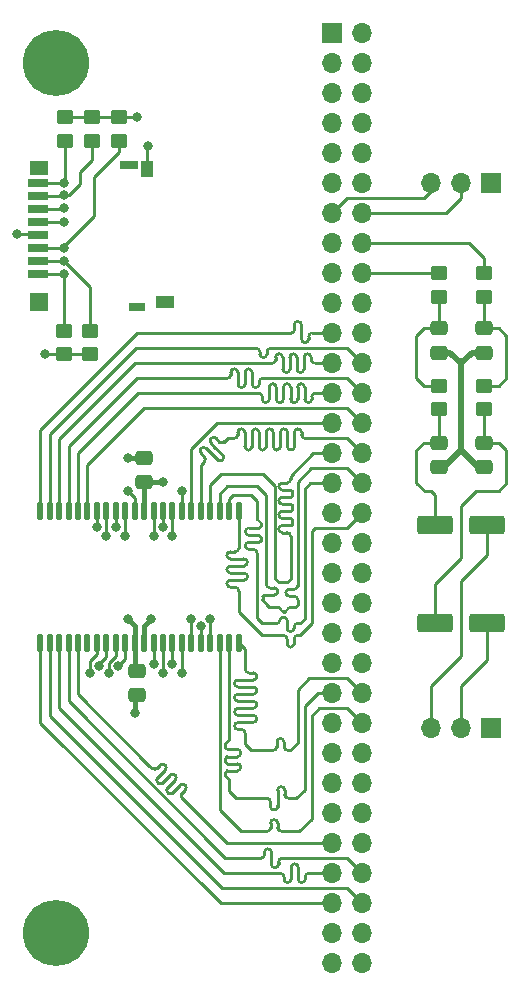
<source format=gbr>
%TF.GenerationSoftware,KiCad,Pcbnew,6.0.7*%
%TF.CreationDate,2022-09-06T19:52:02+02:00*%
%TF.ProjectId,srambrd,7372616d-6272-4642-9e6b-696361645f70,rev?*%
%TF.SameCoordinates,Original*%
%TF.FileFunction,Copper,L1,Top*%
%TF.FilePolarity,Positive*%
%FSLAX46Y46*%
G04 Gerber Fmt 4.6, Leading zero omitted, Abs format (unit mm)*
G04 Created by KiCad (PCBNEW 6.0.7) date 2022-09-06 19:52:02*
%MOMM*%
%LPD*%
G01*
G04 APERTURE LIST*
G04 Aperture macros list*
%AMRoundRect*
0 Rectangle with rounded corners*
0 $1 Rounding radius*
0 $2 $3 $4 $5 $6 $7 $8 $9 X,Y pos of 4 corners*
0 Add a 4 corners polygon primitive as box body*
4,1,4,$2,$3,$4,$5,$6,$7,$8,$9,$2,$3,0*
0 Add four circle primitives for the rounded corners*
1,1,$1+$1,$2,$3*
1,1,$1+$1,$4,$5*
1,1,$1+$1,$6,$7*
1,1,$1+$1,$8,$9*
0 Add four rect primitives between the rounded corners*
20,1,$1+$1,$2,$3,$4,$5,0*
20,1,$1+$1,$4,$5,$6,$7,0*
20,1,$1+$1,$6,$7,$8,$9,0*
20,1,$1+$1,$8,$9,$2,$3,0*%
G04 Aperture macros list end*
%TA.AperFunction,SMDPad,CuDef*%
%ADD10RoundRect,0.250000X-0.450000X0.350000X-0.450000X-0.350000X0.450000X-0.350000X0.450000X0.350000X0*%
%TD*%
%TA.AperFunction,SMDPad,CuDef*%
%ADD11RoundRect,0.250000X-1.250000X-0.550000X1.250000X-0.550000X1.250000X0.550000X-1.250000X0.550000X0*%
%TD*%
%TA.AperFunction,ComponentPad*%
%ADD12R,1.700000X1.700000*%
%TD*%
%TA.AperFunction,ComponentPad*%
%ADD13O,1.700000X1.700000*%
%TD*%
%TA.AperFunction,SMDPad,CuDef*%
%ADD14RoundRect,0.250000X0.475000X-0.337500X0.475000X0.337500X-0.475000X0.337500X-0.475000X-0.337500X0*%
%TD*%
%TA.AperFunction,ComponentPad*%
%ADD15C,5.600000*%
%TD*%
%TA.AperFunction,SMDPad,CuDef*%
%ADD16RoundRect,0.250000X0.450000X-0.350000X0.450000X0.350000X-0.450000X0.350000X-0.450000X-0.350000X0*%
%TD*%
%TA.AperFunction,SMDPad,CuDef*%
%ADD17RoundRect,0.137500X-0.137500X0.625000X-0.137500X-0.625000X0.137500X-0.625000X0.137500X0.625000X0*%
%TD*%
%TA.AperFunction,SMDPad,CuDef*%
%ADD18RoundRect,0.250000X-0.475000X0.337500X-0.475000X-0.337500X0.475000X-0.337500X0.475000X0.337500X0*%
%TD*%
%TA.AperFunction,SMDPad,CuDef*%
%ADD19R,1.750000X0.700000*%
%TD*%
%TA.AperFunction,SMDPad,CuDef*%
%ADD20R,1.000000X1.450000*%
%TD*%
%TA.AperFunction,SMDPad,CuDef*%
%ADD21R,1.550000X1.000000*%
%TD*%
%TA.AperFunction,SMDPad,CuDef*%
%ADD22R,1.400000X0.800000*%
%TD*%
%TA.AperFunction,SMDPad,CuDef*%
%ADD23R,1.500000X1.300000*%
%TD*%
%TA.AperFunction,SMDPad,CuDef*%
%ADD24R,1.500000X0.800000*%
%TD*%
%TA.AperFunction,SMDPad,CuDef*%
%ADD25R,1.500000X1.500000*%
%TD*%
%TA.AperFunction,ViaPad*%
%ADD26C,0.800000*%
%TD*%
%TA.AperFunction,Conductor*%
%ADD27C,0.250000*%
%TD*%
%TA.AperFunction,Conductor*%
%ADD28C,0.400000*%
%TD*%
%TA.AperFunction,Conductor*%
%ADD29C,0.500000*%
%TD*%
G04 APERTURE END LIST*
D10*
%TO.P,R5,1*%
%TO.N,3v3*%
X108712000Y-69358000D03*
%TO.P,R5,2*%
%TO.N,SD_DAT1*%
X108712000Y-71358000D03*
%TD*%
D11*
%TO.P,C7,1*%
%TO.N,Net-(C5-Pad1)*%
X140040000Y-112123269D03*
%TO.P,C7,2*%
%TO.N,AUDIO_L*%
X144440000Y-112123269D03*
%TD*%
D10*
%TO.P,R4,1*%
%TO.N,3v3*%
X110998000Y-69358000D03*
%TO.P,R4,2*%
%TO.N,SD_DAT0*%
X110998000Y-71358000D03*
%TD*%
D12*
%TO.P,J3,1,Pin_1*%
%TO.N,GND*%
X144780000Y-74930000D03*
D13*
%TO.P,J3,2,Pin_2*%
%TO.N,RX*%
X142240000Y-74930000D03*
%TO.P,J3,3,Pin_3*%
%TO.N,TX*%
X139700000Y-74930000D03*
%TD*%
D14*
%TO.P,C4,1*%
%TO.N,Net-(C3-Pad2)*%
X140335000Y-89263269D03*
%TO.P,C4,2*%
%TO.N,Net-(C4-Pad2)*%
X140335000Y-87188269D03*
%TD*%
D15*
%TO.P,H1,1*%
%TO.N,N/C*%
X107950000Y-64770000D03*
%TD*%
D10*
%TO.P,R6,1*%
%TO.N,PWM_L*%
X144145000Y-82548269D03*
%TO.P,R6,2*%
%TO.N,Net-(C3-Pad1)*%
X144145000Y-84548269D03*
%TD*%
D12*
%TO.P,J4,1,Pin_1*%
%TO.N,GND*%
X144780000Y-121013269D03*
D13*
%TO.P,J4,2,Pin_2*%
%TO.N,AUDIO_L*%
X142240000Y-121013269D03*
%TO.P,J4,3,Pin_3*%
%TO.N,AUDIO_R*%
X139700000Y-121013269D03*
%TD*%
D10*
%TO.P,R9,1*%
%TO.N,Net-(C4-Pad2)*%
X140335000Y-92073269D03*
%TO.P,R9,2*%
%TO.N,Net-(C6-Pad2)*%
X140335000Y-94073269D03*
%TD*%
D16*
%TO.P,R1,1*%
%TO.N,3v3*%
X108600000Y-89400000D03*
%TO.P,R1,2*%
%TO.N,SD_DAT2*%
X108600000Y-87400000D03*
%TD*%
D14*
%TO.P,C2,1*%
%TO.N,3v3*%
X115400000Y-100237500D03*
%TO.P,C2,2*%
%TO.N,GND*%
X115400000Y-98162500D03*
%TD*%
D17*
%TO.P,U1,1,A0*%
%TO.N,A0*%
X123400000Y-102662500D03*
%TO.P,U1,2,A1*%
%TO.N,A1*%
X122600000Y-102662500D03*
%TO.P,U1,3,A2*%
%TO.N,A2*%
X121800000Y-102662500D03*
%TO.P,U1,4,A3*%
%TO.N,A3*%
X121000000Y-102662500D03*
%TO.P,U1,5,A4*%
%TO.N,A4*%
X120200000Y-102662500D03*
%TO.P,U1,6,~CE~*%
%TO.N,CE_N*%
X119400000Y-102662500D03*
%TO.P,U1,7,I/O0*%
%TO.N,D0*%
X118600000Y-102662500D03*
%TO.P,U1,8,I/O1*%
%TO.N,D1*%
X117800000Y-102662500D03*
%TO.P,U1,9,I/O2*%
%TO.N,D2*%
X117000000Y-102662500D03*
%TO.P,U1,10,I/O3*%
%TO.N,D3*%
X116200000Y-102662500D03*
%TO.P,U1,11,VDD*%
%TO.N,3v3*%
X115400000Y-102662500D03*
%TO.P,U1,12,GND*%
%TO.N,GND*%
X114600000Y-102662500D03*
%TO.P,U1,13,I/O4*%
%TO.N,D4*%
X113800000Y-102662500D03*
%TO.P,U1,14,I/O5*%
%TO.N,D5*%
X113000000Y-102662500D03*
%TO.P,U1,15,I/O6*%
%TO.N,D6*%
X112200000Y-102662500D03*
%TO.P,U1,16,I/O7*%
%TO.N,D7*%
X111400000Y-102662500D03*
%TO.P,U1,17,~WE~*%
%TO.N,WE_N*%
X110600000Y-102662500D03*
%TO.P,U1,18,A5*%
%TO.N,A5*%
X109800000Y-102662500D03*
%TO.P,U1,19,A6*%
%TO.N,A6*%
X109000000Y-102662500D03*
%TO.P,U1,20,A7*%
%TO.N,A7*%
X108200000Y-102662500D03*
%TO.P,U1,21,A8*%
%TO.N,A8*%
X107400000Y-102662500D03*
%TO.P,U1,22,A9*%
%TO.N,A9*%
X106600000Y-102662500D03*
%TO.P,U1,23,A10*%
%TO.N,A10*%
X106600000Y-113837500D03*
%TO.P,U1,24,A11*%
%TO.N,A11*%
X107400000Y-113837500D03*
%TO.P,U1,25,A12*%
%TO.N,A12*%
X108200000Y-113837500D03*
%TO.P,U1,26,A13*%
%TO.N,A13*%
X109000000Y-113837500D03*
%TO.P,U1,27,A14*%
%TO.N,A14*%
X109800000Y-113837500D03*
%TO.P,U1,28*%
%TO.N,N/C*%
X110600000Y-113837500D03*
%TO.P,U1,29,I/O8*%
%TO.N,D8*%
X111400000Y-113837500D03*
%TO.P,U1,30,I/O9*%
%TO.N,D9*%
X112200000Y-113837500D03*
%TO.P,U1,31,I/O10*%
%TO.N,D10*%
X113000000Y-113837500D03*
%TO.P,U1,32,I/O11*%
%TO.N,D11*%
X113800000Y-113837500D03*
%TO.P,U1,33,VDD*%
%TO.N,3v3*%
X114600000Y-113837500D03*
%TO.P,U1,34,GND*%
%TO.N,GND*%
X115400000Y-113837500D03*
%TO.P,U1,35,I/O12*%
%TO.N,D12*%
X116200000Y-113837500D03*
%TO.P,U1,36,I/O13*%
%TO.N,D13*%
X117000000Y-113837500D03*
%TO.P,U1,37,I/O14*%
%TO.N,D14*%
X117800000Y-113837500D03*
%TO.P,U1,38,I/O15*%
%TO.N,D15*%
X118600000Y-113837500D03*
%TO.P,U1,39,~LB~*%
%TO.N,LB_N*%
X119400000Y-113837500D03*
%TO.P,U1,40,~UB~*%
%TO.N,UB_N*%
X120200000Y-113837500D03*
%TO.P,U1,41,~OE~*%
%TO.N,OE_N*%
X121000000Y-113837500D03*
%TO.P,U1,42,A15*%
%TO.N,A15*%
X121800000Y-113837500D03*
%TO.P,U1,43,A16*%
%TO.N,A16*%
X122600000Y-113837500D03*
%TO.P,U1,44,A17*%
%TO.N,A17*%
X123400000Y-113837500D03*
%TD*%
D10*
%TO.P,R3,1*%
%TO.N,3v3*%
X113284000Y-69358000D03*
%TO.P,R3,2*%
%TO.N,SD_CMD*%
X113284000Y-71358000D03*
%TD*%
D18*
%TO.P,C1,1*%
%TO.N,3v3*%
X114800000Y-116183500D03*
%TO.P,C1,2*%
%TO.N,GND*%
X114800000Y-118258500D03*
%TD*%
D11*
%TO.P,C8,1*%
%TO.N,Net-(C6-Pad2)*%
X140040000Y-103868269D03*
%TO.P,C8,2*%
%TO.N,AUDIO_R*%
X144440000Y-103868269D03*
%TD*%
D14*
%TO.P,C6,1*%
%TO.N,Net-(C3-Pad2)*%
X140335000Y-98958269D03*
%TO.P,C6,2*%
%TO.N,Net-(C6-Pad2)*%
X140335000Y-96883269D03*
%TD*%
D18*
%TO.P,C5,1*%
%TO.N,Net-(C5-Pad1)*%
X144145000Y-96883269D03*
%TO.P,C5,2*%
%TO.N,Net-(C3-Pad2)*%
X144145000Y-98958269D03*
%TD*%
D10*
%TO.P,R7,1*%
%TO.N,PWM_R*%
X140335000Y-82548269D03*
%TO.P,R7,2*%
%TO.N,Net-(C4-Pad2)*%
X140335000Y-84548269D03*
%TD*%
D15*
%TO.P,H2,1*%
%TO.N,N/C*%
X107950000Y-138430000D03*
%TD*%
D18*
%TO.P,C3,1*%
%TO.N,Net-(C3-Pad1)*%
X144145000Y-87188269D03*
%TO.P,C3,2*%
%TO.N,Net-(C3-Pad2)*%
X144145000Y-89263269D03*
%TD*%
D10*
%TO.P,R8,1*%
%TO.N,Net-(C3-Pad1)*%
X144145000Y-92073269D03*
%TO.P,R8,2*%
%TO.N,Net-(C5-Pad1)*%
X144145000Y-94073269D03*
%TD*%
D16*
%TO.P,R2,1*%
%TO.N,3v3*%
X110800000Y-89400000D03*
%TO.P,R2,2*%
%TO.N,SD_DAT3*%
X110800000Y-87400000D03*
%TD*%
D19*
%TO.P,J2,1,DAT2*%
%TO.N,SD_DAT2*%
X106410000Y-82575000D03*
%TO.P,J2,2,DAT3/CD*%
%TO.N,SD_DAT3*%
X106410000Y-81475000D03*
%TO.P,J2,3,CMD*%
%TO.N,SD_CMD*%
X106410000Y-80375000D03*
%TO.P,J2,4,VDD*%
%TO.N,3v3*%
X106410000Y-79275000D03*
%TO.P,J2,5,CLK*%
%TO.N,SD_CLK*%
X106410000Y-78175000D03*
%TO.P,J2,6,VSS*%
%TO.N,GND*%
X106410000Y-77075000D03*
%TO.P,J2,7,DAT0*%
%TO.N,SD_DAT0*%
X106410000Y-75975000D03*
%TO.P,J2,8,DAT1*%
%TO.N,SD_DAT1*%
X106410000Y-74875000D03*
D20*
%TO.P,J2,9,SHIELD*%
%TO.N,GND*%
X115635000Y-73750000D03*
D21*
%TO.P,J2,10*%
%TO.N,N/C*%
X117210000Y-84975000D03*
D22*
%TO.P,J2,11*%
X114785000Y-85375000D03*
D23*
X106535000Y-73675000D03*
D24*
X114135000Y-73425000D03*
D25*
X106535000Y-85025000D03*
%TD*%
D12*
%TO.P,J1,1,Pin_1*%
%TO.N,GND*%
X131298000Y-62225000D03*
D13*
%TO.P,J1,2,Pin_2*%
X133838000Y-62225000D03*
%TO.P,J1,3,Pin_3*%
%TO.N,3v3*%
X131298000Y-64765000D03*
%TO.P,J1,4,Pin_4*%
X133838000Y-64765000D03*
%TO.P,J1,5,Pin_5*%
%TO.N,GND*%
X131298000Y-67305000D03*
%TO.P,J1,6,Pin_6*%
X133838000Y-67305000D03*
%TO.P,J1,7,Pin_7*%
%TO.N,SD_DAT1*%
X131298000Y-69845000D03*
%TO.P,J1,8,Pin_8*%
%TO.N,SD_DAT0*%
X133838000Y-69845000D03*
%TO.P,J1,9,Pin_9*%
%TO.N,SD_CLK*%
X131298000Y-72385000D03*
%TO.P,J1,10,Pin_10*%
%TO.N,SD_CMD*%
X133838000Y-72385000D03*
%TO.P,J1,11,Pin_11*%
%TO.N,SD_DAT3*%
X131298000Y-74925000D03*
%TO.P,J1,12,Pin_12*%
%TO.N,SD_DAT2*%
X133838000Y-74925000D03*
%TO.P,J1,13,Pin_13*%
%TO.N,TX*%
X131298000Y-77465000D03*
%TO.P,J1,14,Pin_14*%
%TO.N,RX*%
X133838000Y-77465000D03*
%TO.P,J1,15,Pin_15*%
%TO.N,unconnected-(J1-Pad15)*%
X131298000Y-80005000D03*
%TO.P,J1,16,Pin_16*%
%TO.N,PWM_L*%
X133838000Y-80005000D03*
%TO.P,J1,17,Pin_17*%
%TO.N,unconnected-(J1-Pad17)*%
X131298000Y-82545000D03*
%TO.P,J1,18,Pin_18*%
%TO.N,PWM_R*%
X133838000Y-82545000D03*
%TO.P,J1,19,Pin_19*%
%TO.N,unconnected-(J1-Pad19)*%
X131298000Y-85085000D03*
%TO.P,J1,20,Pin_20*%
%TO.N,unconnected-(J1-Pad20)*%
X133838000Y-85085000D03*
%TO.P,J1,21,Pin_21*%
%TO.N,A9*%
X131298000Y-87625000D03*
%TO.P,J1,22,Pin_22*%
%TO.N,unconnected-(J1-Pad22)*%
X133838000Y-87625000D03*
%TO.P,J1,23,Pin_23*%
%TO.N,A7*%
X131298000Y-90165000D03*
%TO.P,J1,24,Pin_24*%
%TO.N,A8*%
X133838000Y-90165000D03*
%TO.P,J1,25,Pin_25*%
%TO.N,A5*%
X131298000Y-92705000D03*
%TO.P,J1,26,Pin_26*%
%TO.N,A6*%
X133838000Y-92705000D03*
%TO.P,J1,27,Pin_27*%
%TO.N,CE_N*%
X131298000Y-95245000D03*
%TO.P,J1,28,Pin_28*%
%TO.N,WE_N*%
X133838000Y-95245000D03*
%TO.P,J1,29,Pin_29*%
%TO.N,A3*%
X131298000Y-97785000D03*
%TO.P,J1,30,Pin_30*%
%TO.N,A4*%
X133838000Y-97785000D03*
%TO.P,J1,31,Pin_31*%
%TO.N,A1*%
X131298000Y-100325000D03*
%TO.P,J1,32,Pin_32*%
%TO.N,A2*%
X133838000Y-100325000D03*
%TO.P,J1,33,Pin_33*%
%TO.N,D0*%
X131298000Y-102865000D03*
%TO.P,J1,34,Pin_34*%
%TO.N,A0*%
X133838000Y-102865000D03*
%TO.P,J1,35,Pin_35*%
%TO.N,D2*%
X131298000Y-105405000D03*
%TO.P,J1,36,Pin_36*%
%TO.N,D1*%
X133838000Y-105405000D03*
%TO.P,J1,37,Pin_37*%
%TO.N,D4*%
X131298000Y-107945000D03*
%TO.P,J1,38,Pin_38*%
%TO.N,D3*%
X133838000Y-107945000D03*
%TO.P,J1,39,Pin_39*%
%TO.N,D6*%
X131298000Y-110485000D03*
%TO.P,J1,40,Pin_40*%
%TO.N,D5*%
X133838000Y-110485000D03*
%TO.P,J1,41,Pin_41*%
%TO.N,LB_N*%
X131298000Y-113025000D03*
%TO.P,J1,42,Pin_42*%
%TO.N,D7*%
X133838000Y-113025000D03*
%TO.P,J1,43,Pin_43*%
%TO.N,OE_N*%
X131298000Y-115565000D03*
%TO.P,J1,44,Pin_44*%
%TO.N,UB_N*%
X133838000Y-115565000D03*
%TO.P,J1,45,Pin_45*%
%TO.N,A16*%
X131298000Y-118105000D03*
%TO.P,J1,46,Pin_46*%
%TO.N,A17*%
X133838000Y-118105000D03*
%TO.P,J1,47,Pin_47*%
%TO.N,D15*%
X131298000Y-120645000D03*
%TO.P,J1,48,Pin_48*%
%TO.N,A15*%
X133838000Y-120645000D03*
%TO.P,J1,49,Pin_49*%
%TO.N,D13*%
X131298000Y-123185000D03*
%TO.P,J1,50,Pin_50*%
%TO.N,D14*%
X133838000Y-123185000D03*
%TO.P,J1,51,Pin_51*%
%TO.N,D11*%
X131298000Y-125725000D03*
%TO.P,J1,52,Pin_52*%
%TO.N,D12*%
X133838000Y-125725000D03*
%TO.P,J1,53,Pin_53*%
%TO.N,D9*%
X131298000Y-128265000D03*
%TO.P,J1,54,Pin_54*%
%TO.N,D10*%
X133838000Y-128265000D03*
%TO.P,J1,55,Pin_55*%
%TO.N,A14*%
X131298000Y-130805000D03*
%TO.P,J1,56,Pin_56*%
%TO.N,D8*%
X133838000Y-130805000D03*
%TO.P,J1,57,Pin_57*%
%TO.N,A12*%
X131298000Y-133345000D03*
%TO.P,J1,58,Pin_58*%
%TO.N,A13*%
X133838000Y-133345000D03*
%TO.P,J1,59,Pin_59*%
%TO.N,A10*%
X131298000Y-135885000D03*
%TO.P,J1,60,Pin_60*%
%TO.N,A11*%
X133838000Y-135885000D03*
%TO.P,J1,61,Pin_61*%
%TO.N,GND*%
X131298000Y-138425000D03*
%TO.P,J1,62,Pin_62*%
X133838000Y-138425000D03*
%TO.P,J1,63,Pin_63*%
%TO.N,unconnected-(J1-Pad63)*%
X131298000Y-140965000D03*
%TO.P,J1,64,Pin_64*%
%TO.N,unconnected-(J1-Pad64)*%
X133838000Y-140965000D03*
%TD*%
D26*
%TO.N,GND*%
X114000000Y-101000000D03*
X115697000Y-71800000D03*
X114600000Y-119800000D03*
X108600000Y-77000000D03*
X114000000Y-98171000D03*
X116000000Y-111800000D03*
%TO.N,3v3*%
X114000000Y-111800000D03*
X117000000Y-100200000D03*
X107000000Y-89400000D03*
X104648000Y-79248000D03*
X114800000Y-69342000D03*
%TO.N,D0*%
X118600000Y-101000000D03*
%TO.N,D1*%
X117800000Y-104800000D03*
%TO.N,D2*%
X117000000Y-104000000D03*
%TO.N,D3*%
X116200000Y-104800000D03*
%TO.N,D4*%
X113800000Y-104800000D03*
%TO.N,D5*%
X113000000Y-104000000D03*
%TO.N,D6*%
X112200000Y-104800000D03*
%TO.N,D7*%
X111400000Y-104000000D03*
%TO.N,D8*%
X110800000Y-116400000D03*
%TO.N,D9*%
X111600000Y-115800000D03*
%TO.N,D10*%
X112400000Y-116400000D03*
%TO.N,D11*%
X113200000Y-115800000D03*
%TO.N,D12*%
X116200000Y-115600000D03*
%TO.N,D13*%
X117000000Y-116400000D03*
%TO.N,D14*%
X117800000Y-115600000D03*
%TO.N,D15*%
X118600000Y-116400000D03*
%TO.N,OE_N*%
X121000000Y-111800000D03*
%TO.N,UB_N*%
X120200000Y-112400000D03*
%TO.N,LB_N*%
X119400000Y-111800000D03*
%TO.N,SD_DAT3*%
X108600000Y-81475000D03*
%TO.N,SD_CMD*%
X108600000Y-80400000D03*
%TO.N,SD_CLK*%
X108600000Y-78200000D03*
%TO.N,SD_DAT0*%
X108600000Y-75946000D03*
%TO.N,SD_DAT1*%
X108600000Y-74930000D03*
%TO.N,SD_DAT2*%
X108600000Y-82600000D03*
%TD*%
D27*
%TO.N,A9*%
X127036603Y-87625000D02*
X114775000Y-87625000D01*
X129325000Y-87925000D02*
G75*
G02*
X129625000Y-87625000I300000J0D01*
G01*
X128125000Y-86925000D02*
X128125000Y-87325000D01*
X127825000Y-87625000D02*
X127036603Y-87625000D01*
X128725000Y-87925000D02*
X128725000Y-86925000D01*
X128725000Y-88125000D02*
X128725000Y-87925000D01*
X127825000Y-87625000D02*
G75*
G03*
X128125000Y-87325000I0J300000D01*
G01*
X129325000Y-87925000D02*
X129325000Y-88125000D01*
X128725000Y-88125000D02*
G75*
G03*
X129025000Y-88425000I300000J0D01*
G01*
X128125000Y-86925000D02*
G75*
G02*
X128425000Y-86625000I300000J0D01*
G01*
X131298000Y-87625000D02*
X129625000Y-87625000D01*
X128425000Y-86625000D02*
G75*
G02*
X128725000Y-86925000I0J-300000D01*
G01*
X129025000Y-88425000D02*
G75*
G03*
X129325000Y-88125000I0J300000D01*
G01*
X114775000Y-87625000D02*
X106600000Y-95800000D01*
X106600000Y-95800000D02*
X106600000Y-102662500D01*
%TO.N,A8*%
X125800000Y-89200000D02*
G75*
G02*
X126100000Y-88900000I300000J0D01*
G01*
X124900000Y-88900000D02*
G75*
G02*
X125200000Y-89200000I0J-300000D01*
G01*
X125500000Y-89700000D02*
G75*
G03*
X125800000Y-89400000I0J300000D01*
G01*
X125200000Y-89400000D02*
G75*
G03*
X125500000Y-89700000I300000J0D01*
G01*
X133838000Y-90165000D02*
X132573000Y-88900000D01*
X132573000Y-88900000D02*
X126100000Y-88900000D01*
X125800000Y-89200000D02*
X125800000Y-89400000D01*
X124900000Y-88900000D02*
X124855601Y-88900000D01*
X124855601Y-88900000D02*
X114700000Y-88900000D01*
X125200000Y-89400000D02*
X125200000Y-89200000D01*
X114700000Y-88900000D02*
X107400000Y-96200000D01*
X107400000Y-96200000D02*
X107400000Y-102662500D01*
%TO.N,A7*%
X126235000Y-90165000D02*
G75*
G03*
X126535000Y-89865000I0J300000D01*
G01*
X126835000Y-89365000D02*
G75*
G02*
X127135000Y-89665000I0J-300000D01*
G01*
X128935000Y-89865000D02*
X128935000Y-90665000D01*
X108200000Y-96600000D02*
X108200000Y-102662500D01*
X127735000Y-89665000D02*
G75*
G02*
X128035000Y-89365000I300000J0D01*
G01*
X127135000Y-90665000D02*
G75*
G03*
X127435000Y-90965000I300000J0D01*
G01*
X128035000Y-89365000D02*
G75*
G02*
X128335000Y-89665000I0J-300000D01*
G01*
X131298000Y-90165000D02*
X129835000Y-90165000D01*
X127435000Y-90965000D02*
G75*
G03*
X127735000Y-90665000I0J300000D01*
G01*
X129535000Y-89865000D02*
X129535000Y-89665000D01*
X128335000Y-90665000D02*
G75*
G03*
X128635000Y-90965000I300000J0D01*
G01*
X128635000Y-90965000D02*
G75*
G03*
X128935000Y-90665000I0J300000D01*
G01*
X128935000Y-89665000D02*
G75*
G02*
X129235000Y-89365000I300000J0D01*
G01*
X129235000Y-89365000D02*
G75*
G02*
X129535000Y-89665000I0J-300000D01*
G01*
X125779320Y-90165000D02*
X114635000Y-90165000D01*
X126535000Y-89665000D02*
G75*
G02*
X126835000Y-89365000I300000J0D01*
G01*
X129535000Y-89865000D02*
G75*
G03*
X129835000Y-90165000I300000J0D01*
G01*
X126235000Y-90165000D02*
X125779320Y-90165000D01*
X128935000Y-89665000D02*
X128935000Y-89865000D01*
X128335000Y-90665000D02*
X128335000Y-90165000D01*
X128335000Y-90165000D02*
X128335000Y-89665000D01*
X127135000Y-90165000D02*
X127135000Y-89665000D01*
X127735000Y-89665000D02*
X127735000Y-90165000D01*
X127735000Y-90165000D02*
X127735000Y-90665000D01*
X126535000Y-89665000D02*
X126535000Y-89865000D01*
X127135000Y-90665000D02*
X127135000Y-90165000D01*
X114635000Y-90165000D02*
X108200000Y-96600000D01*
%TO.N,A6*%
X125140000Y-91740000D02*
X125140000Y-91940000D01*
X122740000Y-90940000D02*
X122740000Y-91140000D01*
X133838000Y-92705000D02*
X132573000Y-91440000D01*
X122740000Y-90940000D02*
G75*
G02*
X123040000Y-90640000I300000J0D01*
G01*
X124240000Y-90640000D02*
G75*
G02*
X124540000Y-90940000I0J-300000D01*
G01*
X121699562Y-91440000D02*
X114760000Y-91440000D01*
X123040000Y-90640000D02*
G75*
G02*
X123340000Y-90940000I0J-300000D01*
G01*
X123340000Y-91940000D02*
G75*
G03*
X123640000Y-92240000I300000J0D01*
G01*
X123640000Y-92240000D02*
G75*
G03*
X123940000Y-91940000I0J300000D01*
G01*
X122440000Y-91440000D02*
G75*
G03*
X122740000Y-91140000I0J300000D01*
G01*
X123940000Y-90940000D02*
G75*
G02*
X124240000Y-90640000I300000J0D01*
G01*
X124540000Y-91940000D02*
G75*
G03*
X124840000Y-92240000I300000J0D01*
G01*
X123340000Y-91440000D02*
X123340000Y-90940000D01*
X114760000Y-91440000D02*
X109000000Y-97200000D01*
X124840000Y-92240000D02*
G75*
G03*
X125140000Y-91940000I0J300000D01*
G01*
X125140000Y-91740000D02*
G75*
G02*
X125440000Y-91440000I300000J0D01*
G01*
X132573000Y-91440000D02*
X125440000Y-91440000D01*
X124540000Y-91940000D02*
X124540000Y-91740000D01*
X122440000Y-91440000D02*
X121699562Y-91440000D01*
X124540000Y-91740000D02*
X124540000Y-90940000D01*
X123340000Y-91940000D02*
X123340000Y-91440000D01*
X123940000Y-90940000D02*
X123940000Y-91440000D01*
X123940000Y-91440000D02*
X123940000Y-91940000D01*
X109000000Y-97200000D02*
X109000000Y-102662500D01*
%TO.N,A5*%
X126595000Y-92705000D02*
X126595000Y-92205000D01*
X127195000Y-92205000D02*
X127195000Y-92705000D01*
X127795000Y-93205000D02*
X127795000Y-92705000D01*
X125395000Y-93205000D02*
X125395000Y-93005000D01*
X127195000Y-92705000D02*
X127195000Y-93205000D01*
X128995000Y-93005000D02*
X128995000Y-92205000D01*
X125395000Y-93205000D02*
G75*
G03*
X125695000Y-93505000I300000J0D01*
G01*
X125995000Y-92205000D02*
X125995000Y-92705000D01*
X129595000Y-93005000D02*
G75*
G02*
X129895000Y-92705000I300000J0D01*
G01*
X126895000Y-93505000D02*
G75*
G03*
X127195000Y-93205000I0J300000D01*
G01*
X129595000Y-93005000D02*
X129595000Y-93205000D01*
X127795000Y-93205000D02*
G75*
G03*
X128095000Y-93505000I300000J0D01*
G01*
X129295000Y-93505000D02*
G75*
G03*
X129595000Y-93205000I0J300000D01*
G01*
X128395000Y-92205000D02*
X128395000Y-92705000D01*
X128995000Y-93205000D02*
G75*
G03*
X129295000Y-93505000I300000J0D01*
G01*
X127795000Y-92705000D02*
X127795000Y-92205000D01*
X127195000Y-92205000D02*
G75*
G02*
X127495000Y-91905000I300000J0D01*
G01*
X109800000Y-97800000D02*
X109800000Y-102662500D01*
X126295000Y-91905000D02*
G75*
G02*
X126595000Y-92205000I0J-300000D01*
G01*
X125095000Y-92705000D02*
G75*
G02*
X125395000Y-93005000I0J-300000D01*
G01*
X128695000Y-91905000D02*
G75*
G02*
X128995000Y-92205000I0J-300000D01*
G01*
X128395000Y-92705000D02*
X128395000Y-93205000D01*
X128395000Y-92205000D02*
G75*
G02*
X128695000Y-91905000I300000J0D01*
G01*
X131298000Y-92705000D02*
X129895000Y-92705000D01*
X125995000Y-92205000D02*
G75*
G02*
X126295000Y-91905000I300000J0D01*
G01*
X126595000Y-93205000D02*
X126595000Y-92705000D01*
X125695000Y-93505000D02*
G75*
G03*
X125995000Y-93205000I0J300000D01*
G01*
X127495000Y-91905000D02*
G75*
G02*
X127795000Y-92205000I0J-300000D01*
G01*
X128995000Y-93205000D02*
X128995000Y-93005000D01*
X128095000Y-93505000D02*
G75*
G03*
X128395000Y-93205000I0J300000D01*
G01*
X126595000Y-93205000D02*
G75*
G03*
X126895000Y-93505000I300000J0D01*
G01*
X125995000Y-92705000D02*
X125995000Y-93205000D01*
X125095000Y-92705000D02*
X124419400Y-92705000D01*
X124419400Y-92705000D02*
X114895000Y-92705000D01*
X114895000Y-92705000D02*
X109800000Y-97800000D01*
%TO.N,A4*%
X120502918Y-98497032D02*
G75*
G03*
X120502942Y-98072792I-212118J212132D01*
G01*
X124832000Y-95720000D02*
G75*
G02*
X125132000Y-96020000I0J-300000D01*
G01*
X120220118Y-97789932D02*
G75*
G02*
X120220100Y-97365686I212082J212132D01*
G01*
X128732000Y-96220000D02*
X128732000Y-96020000D01*
X120502942Y-98497056D02*
X120221285Y-98778715D01*
X122058574Y-98355632D02*
G75*
G03*
X122058578Y-97931372I-212174J212132D01*
G01*
X121775734Y-96800000D02*
G75*
G03*
X122200000Y-96800000I212133J212134D01*
G01*
X123032000Y-96520000D02*
G75*
G03*
X123332000Y-96220000I0J300000D01*
G01*
X123032000Y-96520000D02*
X122480000Y-96520000D01*
X123332000Y-96020000D02*
G75*
G02*
X123632000Y-95720000I300000J0D01*
G01*
X125432000Y-97520000D02*
G75*
G03*
X125732000Y-97220000I0J300000D01*
G01*
X123632000Y-95720000D02*
G75*
G02*
X123932000Y-96020000I0J-300000D01*
G01*
X123932000Y-97220000D02*
G75*
G03*
X124232000Y-97520000I300000J0D01*
G01*
X128732000Y-96220000D02*
G75*
G03*
X129032000Y-96520000I300000J0D01*
G01*
X124232000Y-97520000D02*
G75*
G03*
X124532000Y-97220000I0J300000D01*
G01*
X126932000Y-96020000D02*
G75*
G02*
X127232000Y-95720000I300000J0D01*
G01*
X133838000Y-97785000D02*
X132573000Y-96520000D01*
X120220100Y-97789950D02*
X120502942Y-98072792D01*
X126632000Y-97520000D02*
G75*
G03*
X126932000Y-97220000I0J300000D01*
G01*
X121634315Y-98355635D02*
G75*
G03*
X122058577Y-98355635I212131J212131D01*
G01*
X128432000Y-95720000D02*
G75*
G02*
X128732000Y-96020000I0J-300000D01*
G01*
X123332000Y-96020000D02*
X123332000Y-96220000D01*
X120221285Y-98778715D02*
X120200000Y-98800000D01*
X126332000Y-97220000D02*
G75*
G03*
X126632000Y-97520000I300000J0D01*
G01*
X120220101Y-97365687D02*
G75*
G02*
X120644363Y-97365687I212131J-212131D01*
G01*
X127832000Y-97520000D02*
G75*
G03*
X128132000Y-97220000I0J300000D01*
G01*
X126032000Y-95720000D02*
G75*
G02*
X126332000Y-96020000I0J-300000D01*
G01*
X122480000Y-96520000D02*
X122200000Y-96800000D01*
X121068617Y-96941432D02*
G75*
G02*
X121068628Y-96517157I212183J212132D01*
G01*
X126932000Y-96020000D02*
X126932000Y-97220000D01*
X121068629Y-96517158D02*
G75*
G02*
X121492891Y-96517158I212131J-212131D01*
G01*
X126332000Y-97220000D02*
X126332000Y-96020000D01*
X127532000Y-97220000D02*
G75*
G03*
X127832000Y-97520000I300000J0D01*
G01*
X124532000Y-96020000D02*
G75*
G02*
X124832000Y-95720000I300000J0D01*
G01*
X125732000Y-96020000D02*
G75*
G02*
X126032000Y-95720000I300000J0D01*
G01*
X127232000Y-95720000D02*
G75*
G02*
X127532000Y-96020000I0J-300000D01*
G01*
X125132000Y-97220000D02*
G75*
G03*
X125432000Y-97520000I300000J0D01*
G01*
X128132000Y-96020000D02*
G75*
G02*
X128432000Y-95720000I300000J0D01*
G01*
X132573000Y-96520000D02*
X129032000Y-96520000D01*
X128132000Y-96020000D02*
X128132000Y-97220000D01*
X127532000Y-97220000D02*
X127532000Y-96020000D01*
X121068628Y-96941421D02*
X121351470Y-97224263D01*
X125732000Y-96020000D02*
X125732000Y-97220000D01*
X121775734Y-96800000D02*
X121775735Y-96800000D01*
X125132000Y-97220000D02*
X125132000Y-96020000D01*
X124532000Y-96020000D02*
X124532000Y-97220000D01*
X123932000Y-97220000D02*
X123932000Y-96020000D01*
X121775735Y-96800000D02*
X121492892Y-96517157D01*
X121351470Y-97224263D02*
X122058578Y-97931372D01*
X121634314Y-98355636D02*
X121139340Y-97860662D01*
X121139340Y-97860662D02*
X120644364Y-97365686D01*
X120200000Y-98800000D02*
X120200000Y-102662500D01*
%TO.N,A3*%
X127800000Y-101500000D02*
X127100000Y-101500000D01*
X127875000Y-101500000D02*
X127800000Y-101500000D01*
X127500000Y-100900000D02*
X127875000Y-100900000D01*
X127100000Y-103300000D02*
X127800000Y-103300000D01*
X127800000Y-99685000D02*
X127800000Y-100000000D01*
X129700000Y-97785000D02*
X127800000Y-99685000D01*
X127100000Y-102100000D02*
G75*
G02*
X126800000Y-101800000I0J300000D01*
G01*
X127950000Y-103375000D02*
X127950000Y-103825000D01*
X131298000Y-97785000D02*
X129700000Y-97785000D01*
X126492000Y-108400000D02*
X126492000Y-100584000D01*
X127875000Y-102700000D02*
X127800000Y-102700000D01*
X127800000Y-104800000D02*
G75*
G03*
X127500000Y-104500000I-300000J0D01*
G01*
X127100000Y-104500000D02*
G75*
G02*
X126800000Y-104200000I0J300000D01*
G01*
X127100000Y-102100000D02*
X127800000Y-102100000D01*
X127100000Y-100900000D02*
X127500000Y-100900000D01*
X126800000Y-104200000D02*
G75*
G02*
X127100000Y-103900000I300000J0D01*
G01*
X126792000Y-108700000D02*
X126492000Y-108400000D01*
X127500000Y-100300000D02*
G75*
G03*
X127800000Y-100000000I0J300000D01*
G01*
X126800000Y-101800000D02*
G75*
G02*
X127100000Y-101500000I300000J0D01*
G01*
X127950000Y-100975000D02*
X127950000Y-101425000D01*
X127950000Y-103375000D02*
G75*
G03*
X127875000Y-103300000I-75000J0D01*
G01*
X127500000Y-100300000D02*
X127100000Y-100300000D01*
X127800000Y-103300000D02*
X127875000Y-103300000D01*
X127875000Y-103900000D02*
G75*
G03*
X127950000Y-103825000I0J75000D01*
G01*
X127100000Y-100900000D02*
G75*
G02*
X126800000Y-100600000I0J300000D01*
G01*
X126800000Y-100600000D02*
G75*
G02*
X127100000Y-100300000I300000J0D01*
G01*
X126800000Y-103000000D02*
G75*
G02*
X127100000Y-102700000I300000J0D01*
G01*
X127875000Y-101500000D02*
G75*
G03*
X127950000Y-101425000I0J75000D01*
G01*
X127950000Y-102175000D02*
X127950000Y-102625000D01*
X125476000Y-99568000D02*
X121920000Y-99568000D01*
X127950000Y-102175000D02*
G75*
G03*
X127875000Y-102100000I-75000J0D01*
G01*
X127800000Y-102100000D02*
X127875000Y-102100000D01*
X126492000Y-100584000D02*
X125476000Y-99568000D01*
X127875000Y-102700000D02*
G75*
G03*
X127950000Y-102625000I0J75000D01*
G01*
X127950000Y-100975000D02*
G75*
G03*
X127875000Y-100900000I-75000J0D01*
G01*
X127100000Y-103300000D02*
G75*
G02*
X126800000Y-103000000I0J300000D01*
G01*
X127800000Y-102700000D02*
X127100000Y-102700000D01*
X127875000Y-103900000D02*
X127800000Y-103900000D01*
X127800000Y-103900000D02*
X127100000Y-103900000D01*
X127100000Y-104500000D02*
X127500000Y-104500000D01*
X127800000Y-104800000D02*
X127800000Y-105297371D01*
X127800000Y-105297371D02*
X127800000Y-108425000D01*
X127800000Y-108425000D02*
X127525000Y-108700000D01*
X121920000Y-99568000D02*
X121000000Y-100488000D01*
X127525000Y-108700000D02*
X126792000Y-108700000D01*
X121000000Y-100488000D02*
X121000000Y-102662500D01*
%TO.N,A2*%
X126000000Y-110800000D02*
X125730000Y-110530000D01*
X128400000Y-100200000D02*
X128400000Y-109000000D01*
X126750000Y-110800000D02*
X126550000Y-110800000D01*
X128400000Y-110250000D02*
X128400000Y-110600000D01*
X124968000Y-100584000D02*
X122428000Y-100584000D01*
X128400000Y-110200000D02*
X128400000Y-110250000D01*
X126550000Y-110800000D02*
X126000000Y-110800000D01*
X126730000Y-109480000D02*
G75*
G02*
X126430000Y-109780000I-300000J0D01*
G01*
X129540000Y-99060000D02*
X128400000Y-100200000D01*
X127400000Y-109600000D02*
G75*
G02*
X127700000Y-109300000I300000J0D01*
G01*
X128200000Y-110800000D02*
X127750000Y-110800000D01*
X132573000Y-99060000D02*
X129540000Y-99060000D01*
X125430000Y-110230000D02*
X125430000Y-109930000D01*
X125730000Y-108880000D02*
G75*
G03*
X126030000Y-109180000I300000J0D01*
G01*
X128100000Y-109300000D02*
X127700000Y-109300000D01*
X125580000Y-109780000D02*
G75*
G03*
X125430000Y-109930000I0J-150000D01*
G01*
X127700000Y-109900000D02*
G75*
G02*
X127400000Y-109600000I0J300000D01*
G01*
X127350000Y-111200000D02*
X127150000Y-111200000D01*
X128400000Y-110200000D02*
G75*
G03*
X128100000Y-109900000I-300000J0D01*
G01*
X121800000Y-101212000D02*
X121800000Y-102662500D01*
X128400000Y-110600000D02*
X128200000Y-110800000D01*
X133838000Y-100325000D02*
X132573000Y-99060000D01*
X127550000Y-111000000D02*
G75*
G02*
X127750000Y-110800000I200000J0D01*
G01*
X127700000Y-109900000D02*
X128100000Y-109900000D01*
X127350000Y-111200000D02*
G75*
G03*
X127550000Y-111000000I0J200000D01*
G01*
X126950000Y-111000000D02*
G75*
G03*
X127150000Y-111200000I200000J0D01*
G01*
X125580000Y-110380000D02*
G75*
G02*
X125730000Y-110530000I0J-150000D01*
G01*
X126750000Y-110800000D02*
G75*
G02*
X126950000Y-111000000I0J-200000D01*
G01*
X125430000Y-110230000D02*
G75*
G03*
X125580000Y-110380000I150000J0D01*
G01*
X128100000Y-109300000D02*
G75*
G03*
X128400000Y-109000000I0J300000D01*
G01*
X125580000Y-109780000D02*
X125730000Y-109780000D01*
X126430000Y-109180000D02*
G75*
G02*
X126730000Y-109480000I0J-300000D01*
G01*
X125730000Y-109780000D02*
X126430000Y-109780000D01*
X126430000Y-109180000D02*
X126030000Y-109180000D01*
X125730000Y-108880000D02*
X125730000Y-108352302D01*
X122428000Y-100584000D02*
X121800000Y-101212000D01*
X125730000Y-108352302D02*
X125730000Y-101346000D01*
X125730000Y-101346000D02*
X124968000Y-100584000D01*
%TO.N,A1*%
X124968000Y-111768000D02*
X124968000Y-106228000D01*
X126625000Y-112200000D02*
X126420893Y-112200000D01*
X127500000Y-112600000D02*
G75*
G03*
X127800000Y-112900000I300000J0D01*
G01*
X125268000Y-103978000D02*
X125268000Y-103678000D01*
X129000000Y-111800000D02*
X128600000Y-112200000D01*
X125118000Y-103528000D02*
G75*
G02*
X125268000Y-103678000I0J-150000D01*
G01*
X131298000Y-100325000D02*
X129475000Y-100325000D01*
X124668000Y-105928000D02*
X124268000Y-105928000D01*
X124968000Y-103378000D02*
G75*
G03*
X125118000Y-103528000I150000J0D01*
G01*
X125400000Y-112200000D02*
X124968000Y-111768000D01*
X127225000Y-111650000D02*
X127175000Y-111650000D01*
X129475000Y-100325000D02*
X129000000Y-100800000D01*
X129000000Y-100800000D02*
X129000000Y-111800000D01*
X125268000Y-103978000D02*
G75*
G02*
X125118000Y-104128000I-150000J0D01*
G01*
X128100000Y-112500000D02*
X128100000Y-112600000D01*
X124460000Y-101346000D02*
X122936000Y-101346000D01*
X128100000Y-112500000D02*
G75*
G02*
X128400000Y-112200000I300000J0D01*
G01*
X126420893Y-112200000D02*
X125400000Y-112200000D01*
X122600000Y-101682000D02*
X122600000Y-102662500D01*
X126900000Y-111925000D02*
G75*
G02*
X127175000Y-111650000I275000J0D01*
G01*
X126625000Y-112200000D02*
G75*
G03*
X126900000Y-111925000I0J275000D01*
G01*
X124268000Y-104128000D02*
G75*
G03*
X123968000Y-104428000I0J-300000D01*
G01*
X125118000Y-104728000D02*
G75*
G02*
X125268000Y-104878000I0J-150000D01*
G01*
X124268000Y-105328000D02*
X125118000Y-105328000D01*
X127225000Y-111650000D02*
G75*
G02*
X127500000Y-111925000I0J-275000D01*
G01*
X127500000Y-112600000D02*
X127500000Y-112500000D01*
X123968000Y-105628000D02*
G75*
G03*
X124268000Y-105928000I300000J0D01*
G01*
X122936000Y-101346000D02*
X122600000Y-101682000D01*
X127800000Y-112900000D02*
G75*
G03*
X128100000Y-112600000I0J300000D01*
G01*
X124668000Y-105928000D02*
G75*
G02*
X124968000Y-106228000I0J-300000D01*
G01*
X124268000Y-105328000D02*
G75*
G03*
X123968000Y-105628000I0J-300000D01*
G01*
X124268000Y-104128000D02*
X125118000Y-104128000D01*
X125268000Y-105178000D02*
G75*
G02*
X125118000Y-105328000I-150000J0D01*
G01*
X123968000Y-104428000D02*
G75*
G03*
X124268000Y-104728000I300000J0D01*
G01*
X127500000Y-112500000D02*
X127500000Y-111925000D01*
X128600000Y-112200000D02*
X128400000Y-112200000D01*
X125268000Y-105178000D02*
X125268000Y-104878000D01*
X125118000Y-104728000D02*
X124268000Y-104728000D01*
X124968000Y-103378000D02*
X124968000Y-101854000D01*
X124968000Y-101854000D02*
X124460000Y-101346000D01*
%TO.N,A0*%
X123400000Y-111208000D02*
X123400000Y-109430000D01*
X132563000Y-104140000D02*
X129860000Y-104140000D01*
X125392000Y-113200000D02*
X123400000Y-111208000D01*
X127150000Y-113200000D02*
X125392000Y-113200000D01*
X127200000Y-113200000D02*
X127150000Y-113200000D01*
X127800000Y-114200000D02*
G75*
G03*
X128100000Y-113900000I0J300000D01*
G01*
X127500000Y-113900000D02*
X127500000Y-113500000D01*
X122700000Y-107330000D02*
X123850000Y-107330000D01*
X128100000Y-113500000D02*
X128100000Y-113900000D01*
X123400000Y-105830000D02*
G75*
G02*
X123100000Y-106130000I-300000J0D01*
G01*
X127200000Y-113200000D02*
G75*
G02*
X127500000Y-113500000I0J-300000D01*
G01*
X129860000Y-104140000D02*
X129600000Y-104400000D01*
X122400000Y-108830000D02*
G75*
G03*
X122700000Y-109130000I300000J0D01*
G01*
X122400000Y-106430000D02*
G75*
G03*
X122700000Y-106730000I300000J0D01*
G01*
X128600000Y-113200000D02*
X128400000Y-113200000D01*
X128100000Y-113500000D02*
G75*
G02*
X128400000Y-113200000I300000J0D01*
G01*
X123100000Y-109130000D02*
G75*
G02*
X123400000Y-109430000I0J-300000D01*
G01*
X123100000Y-109130000D02*
X122700000Y-109130000D01*
X129600000Y-112200000D02*
X128600000Y-113200000D01*
X124150000Y-107030000D02*
G75*
G02*
X123850000Y-107330000I-300000J0D01*
G01*
X124150000Y-108230000D02*
G75*
G02*
X123850000Y-108530000I-300000J0D01*
G01*
X127500000Y-113900000D02*
G75*
G03*
X127800000Y-114200000I300000J0D01*
G01*
X122700000Y-106130000D02*
X123100000Y-106130000D01*
X129600000Y-104400000D02*
X129600000Y-112200000D01*
X122700000Y-106130000D02*
G75*
G03*
X122400000Y-106430000I0J-300000D01*
G01*
X122700000Y-108530000D02*
G75*
G03*
X122400000Y-108830000I0J-300000D01*
G01*
X133838000Y-102865000D02*
X132563000Y-104140000D01*
X123850000Y-107930000D02*
G75*
G02*
X124150000Y-108230000I0J-300000D01*
G01*
X123850000Y-106730000D02*
G75*
G02*
X124150000Y-107030000I0J-300000D01*
G01*
X122400000Y-107630000D02*
G75*
G03*
X122700000Y-107930000I300000J0D01*
G01*
X122700000Y-107330000D02*
G75*
G03*
X122400000Y-107630000I0J-300000D01*
G01*
X122700000Y-108530000D02*
X123850000Y-108530000D01*
X123850000Y-107930000D02*
X122700000Y-107930000D01*
X123850000Y-106730000D02*
X122700000Y-106730000D01*
X123400000Y-105830000D02*
X123400000Y-102662500D01*
%TO.N,A17*%
X127236000Y-122636000D02*
X127236000Y-122236000D01*
X124952000Y-116678000D02*
G75*
G02*
X124652000Y-116978000I-300000J0D01*
G01*
X132573000Y-116840000D02*
X129360000Y-116840000D01*
X124652000Y-116378000D02*
G75*
G02*
X124952000Y-116678000I0J-300000D01*
G01*
X127762000Y-122936000D02*
X127536000Y-122936000D01*
X129360000Y-116840000D02*
X128400000Y-117800000D01*
X123352000Y-116978000D02*
G75*
G03*
X123052000Y-117278000I0J-300000D01*
G01*
X123952000Y-116078000D02*
G75*
G03*
X124252000Y-116378000I300000J0D01*
G01*
X124652000Y-117578000D02*
G75*
G02*
X124952000Y-117878000I0J-300000D01*
G01*
X124952000Y-120278000D02*
G75*
G02*
X124652000Y-120578000I-300000J0D01*
G01*
X123352000Y-116978000D02*
X124652000Y-116978000D01*
X124952000Y-117878000D02*
G75*
G02*
X124652000Y-118178000I-300000J0D01*
G01*
X123352000Y-118178000D02*
G75*
G03*
X123052000Y-118478000I0J-300000D01*
G01*
X123052000Y-118478000D02*
G75*
G03*
X123352000Y-118778000I300000J0D01*
G01*
X124652000Y-118778000D02*
G75*
G02*
X124952000Y-119078000I0J-300000D01*
G01*
X133838000Y-118105000D02*
X132573000Y-116840000D01*
X127236000Y-122636000D02*
G75*
G03*
X127536000Y-122936000I300000J0D01*
G01*
X126636000Y-122236000D02*
G75*
G02*
X126936000Y-121936000I300000J0D01*
G01*
X123352000Y-119378000D02*
G75*
G03*
X123052000Y-119678000I0J-300000D01*
G01*
X128400000Y-117800000D02*
X128400000Y-122298000D01*
X123052000Y-119678000D02*
G75*
G03*
X123352000Y-119978000I300000J0D01*
G01*
X126936000Y-121936000D02*
G75*
G02*
X127236000Y-122236000I0J-300000D01*
G01*
X128400000Y-122298000D02*
X127762000Y-122936000D01*
X126336000Y-122936000D02*
G75*
G03*
X126636000Y-122636000I0J300000D01*
G01*
X123652000Y-121178000D02*
G75*
G02*
X123952000Y-121478000I0J-300000D01*
G01*
X123952000Y-116078000D02*
X123952000Y-114389500D01*
X124952000Y-119078000D02*
G75*
G02*
X124652000Y-119378000I-300000J0D01*
G01*
X124652000Y-119978000D02*
G75*
G02*
X124952000Y-120278000I0J-300000D01*
G01*
X123052000Y-120878000D02*
G75*
G03*
X123352000Y-121178000I300000J0D01*
G01*
X124652000Y-116378000D02*
X124252000Y-116378000D01*
X123052000Y-117278000D02*
G75*
G03*
X123352000Y-117578000I300000J0D01*
G01*
X123352000Y-120578000D02*
G75*
G03*
X123052000Y-120878000I0J-300000D01*
G01*
X124652000Y-119978000D02*
X123352000Y-119978000D01*
X126636000Y-122236000D02*
X126636000Y-122636000D01*
X126336000Y-122936000D02*
X126286000Y-122936000D01*
X126286000Y-122936000D02*
X124460000Y-122936000D01*
X123652000Y-121178000D02*
X123352000Y-121178000D01*
X124460000Y-122936000D02*
X123952000Y-122428000D01*
X123952000Y-122428000D02*
X123952000Y-121478000D01*
X123352000Y-120578000D02*
X124652000Y-120578000D01*
X123352000Y-119378000D02*
X124652000Y-119378000D01*
X124652000Y-118778000D02*
X123352000Y-118778000D01*
X123352000Y-118178000D02*
X124652000Y-118178000D01*
X124652000Y-117578000D02*
X123352000Y-117578000D01*
X123952000Y-114389500D02*
X123400000Y-113837500D01*
%TO.N,A16*%
X125800000Y-127000000D02*
X125215018Y-127000000D01*
X123190000Y-127000000D02*
X122597018Y-126407018D01*
X126700000Y-126300000D02*
X126700000Y-126700000D01*
X130095919Y-118105000D02*
X129000000Y-119200919D01*
X122250000Y-122692000D02*
G75*
G03*
X122425000Y-122867000I175000J0D01*
G01*
X122425000Y-125267003D02*
G75*
G02*
X122597017Y-125395908I-2600J-182697D01*
G01*
X128270000Y-127000000D02*
X127600000Y-127000000D01*
X127300000Y-126700000D02*
X127300000Y-126300000D01*
X129000000Y-126270000D02*
X128270000Y-127000000D01*
X125800000Y-127000000D02*
G75*
G02*
X126100000Y-127300000I0J-300000D01*
G01*
X122600000Y-122092000D02*
G75*
G02*
X122425000Y-122267000I-175000J0D01*
G01*
X122425000Y-122267000D02*
G75*
G03*
X122250000Y-122442000I0J-175000D01*
G01*
X127300000Y-126700000D02*
G75*
G03*
X127600000Y-127000000I300000J0D01*
G01*
X125215018Y-127000000D02*
X123190000Y-127000000D01*
X123300000Y-122867000D02*
G75*
G02*
X123600000Y-123167000I0J-300000D01*
G01*
X122425000Y-124667000D02*
X123300000Y-124667000D01*
X122425000Y-123467000D02*
X123300000Y-123467000D01*
X123600000Y-123167000D02*
G75*
G02*
X123300000Y-123467000I-300000J0D01*
G01*
X122250000Y-123892000D02*
G75*
G03*
X122425000Y-124067000I175000J0D01*
G01*
X122425000Y-124667000D02*
G75*
G03*
X122250000Y-124842000I0J-175000D01*
G01*
X127000000Y-126000000D02*
G75*
G02*
X127300000Y-126300000I0J-300000D01*
G01*
X131298000Y-118105000D02*
X130095919Y-118105000D01*
X122250000Y-123892000D02*
X122250000Y-123642000D01*
X126700000Y-126300000D02*
G75*
G02*
X127000000Y-126000000I300000J0D01*
G01*
X126400000Y-128000000D02*
G75*
G03*
X126700000Y-127700000I0J300000D01*
G01*
X126700000Y-126700000D02*
X126700000Y-127700000D01*
X122425000Y-123467000D02*
G75*
G03*
X122250000Y-123642000I0J-175000D01*
G01*
X126100000Y-127700000D02*
X126100000Y-127300000D01*
X123300000Y-124067000D02*
G75*
G02*
X123600000Y-124367000I0J-300000D01*
G01*
X126100000Y-127700000D02*
G75*
G03*
X126400000Y-128000000I300000J0D01*
G01*
X122250000Y-125092000D02*
G75*
G03*
X122425000Y-125267000I175000J0D01*
G01*
X122250000Y-125092000D02*
X122250000Y-124842000D01*
X129000000Y-119200919D02*
X129000000Y-126270000D01*
X123600000Y-124367000D02*
G75*
G02*
X123300000Y-124667000I-300000J0D01*
G01*
X122597018Y-126407018D02*
X122597018Y-125395908D01*
X123300000Y-124067000D02*
X122425000Y-124067000D01*
X123300000Y-122867000D02*
X122425000Y-122867000D01*
X122250000Y-122692000D02*
X122250000Y-122442000D01*
X122600000Y-122092000D02*
X122600000Y-113837500D01*
%TO.N,A15*%
X126106000Y-129094000D02*
X126106000Y-129494000D01*
X129600000Y-120000000D02*
X129600000Y-128718000D01*
X132573000Y-119380000D02*
X130220000Y-119380000D01*
X126706000Y-129494000D02*
X126706000Y-129094000D01*
X129600000Y-128718000D02*
X128524000Y-129794000D01*
X133838000Y-120645000D02*
X132573000Y-119380000D01*
X125806000Y-129794000D02*
G75*
G03*
X126106000Y-129494000I0J300000D01*
G01*
X126106000Y-129094000D02*
G75*
G02*
X126406000Y-128794000I300000J0D01*
G01*
X130220000Y-119380000D02*
X129600000Y-120000000D01*
X125806000Y-129794000D02*
X125756000Y-129794000D01*
X126406000Y-128794000D02*
G75*
G02*
X126706000Y-129094000I0J-300000D01*
G01*
X128524000Y-129794000D02*
X127006000Y-129794000D01*
X126706000Y-129494000D02*
G75*
G03*
X127006000Y-129794000I300000J0D01*
G01*
X125756000Y-129794000D02*
X123594000Y-129794000D01*
X121800000Y-128000000D02*
X121800000Y-113837500D01*
X123594000Y-129794000D02*
X121800000Y-128000000D01*
%TO.N,A13*%
X133838000Y-133345000D02*
X132573000Y-132080000D01*
X125580000Y-131580000D02*
X125580000Y-131780000D01*
X125280000Y-132080000D02*
G75*
G03*
X125580000Y-131780000I0J300000D01*
G01*
X126180000Y-132380000D02*
X126180000Y-131580000D01*
X125880000Y-131280000D02*
G75*
G02*
X126180000Y-131580000I0J-300000D01*
G01*
X132573000Y-132080000D02*
X127080000Y-132080000D01*
X126180000Y-132580000D02*
G75*
G03*
X126480000Y-132880000I300000J0D01*
G01*
X125280000Y-132080000D02*
X124860310Y-132080000D01*
X126780000Y-132380000D02*
X126780000Y-132580000D01*
X126480000Y-132880000D02*
G75*
G03*
X126780000Y-132580000I0J300000D01*
G01*
X126180000Y-132580000D02*
X126180000Y-132380000D01*
X122280000Y-132080000D02*
X109000000Y-118800000D01*
X125580000Y-131580000D02*
G75*
G02*
X125880000Y-131280000I300000J0D01*
G01*
X126780000Y-132380000D02*
G75*
G02*
X127080000Y-132080000I300000J0D01*
G01*
X124860310Y-132080000D02*
X122280000Y-132080000D01*
X109000000Y-118800000D02*
X109000000Y-113837500D01*
%TO.N,A12*%
X127845000Y-132845000D02*
X127845000Y-133345000D01*
X128745000Y-134145000D02*
G75*
G03*
X129045000Y-133845000I0J300000D01*
G01*
X128445000Y-133645000D02*
X128445000Y-132845000D01*
X108200000Y-119400000D02*
X108200000Y-113837500D01*
X129045000Y-133645000D02*
X129045000Y-133845000D01*
X131298000Y-133345000D02*
X129345000Y-133345000D01*
X127545000Y-134145000D02*
G75*
G03*
X127845000Y-133845000I0J300000D01*
G01*
X126945000Y-133345000D02*
G75*
G02*
X127245000Y-133645000I0J-300000D01*
G01*
X128445000Y-133845000D02*
X128445000Y-133645000D01*
X127245000Y-133845000D02*
G75*
G03*
X127545000Y-134145000I300000J0D01*
G01*
X127845000Y-132845000D02*
G75*
G02*
X128145000Y-132545000I300000J0D01*
G01*
X126945000Y-133345000D02*
X126367819Y-133345000D01*
X128145000Y-132545000D02*
G75*
G02*
X128445000Y-132845000I0J-300000D01*
G01*
X128445000Y-133845000D02*
G75*
G03*
X128745000Y-134145000I300000J0D01*
G01*
X129045000Y-133645000D02*
G75*
G02*
X129345000Y-133345000I300000J0D01*
G01*
X127845000Y-133345000D02*
X127845000Y-133845000D01*
X127245000Y-133845000D02*
X127245000Y-133645000D01*
X126367819Y-133345000D02*
X122145000Y-133345000D01*
X122145000Y-133345000D02*
X108200000Y-119400000D01*
%TO.N,GND*%
X114800000Y-118258500D02*
X114600000Y-118458500D01*
X108600000Y-77000000D02*
X108525000Y-77075000D01*
D28*
X115400000Y-113837500D02*
X115400000Y-112400000D01*
D27*
X114600000Y-102662500D02*
X114600000Y-101600000D01*
D28*
X114600000Y-118458500D02*
X114600000Y-119800000D01*
D27*
X108525000Y-77075000D02*
X106410000Y-77075000D01*
X115697000Y-71800000D02*
X115635000Y-71862000D01*
X115391500Y-98171000D02*
X115400000Y-98162500D01*
D28*
X114000000Y-98171000D02*
X115391500Y-98171000D01*
X115400000Y-112400000D02*
X116000000Y-111800000D01*
D27*
X115635000Y-71862000D02*
X115635000Y-73750000D01*
X114600000Y-101600000D02*
X114000000Y-101000000D01*
%TO.N,3v3*%
X108600000Y-89400000D02*
X110800000Y-89400000D01*
X113284000Y-69358000D02*
X110998000Y-69358000D01*
X114800000Y-116183500D02*
X114600000Y-115983500D01*
X113300000Y-69342000D02*
X113284000Y-69358000D01*
X107000000Y-89400000D02*
X108600000Y-89400000D01*
D28*
X114600000Y-113837500D02*
X114600000Y-112400000D01*
D27*
X115437500Y-100200000D02*
X115400000Y-100237500D01*
D28*
X115400000Y-102662500D02*
X115400000Y-100237500D01*
D27*
X110998000Y-69358000D02*
X108712000Y-69358000D01*
X106410000Y-79275000D02*
X106383000Y-79248000D01*
D28*
X117000000Y-100200000D02*
X115437500Y-100200000D01*
D27*
X106383000Y-79248000D02*
X104648000Y-79248000D01*
D28*
X114600000Y-112400000D02*
X114000000Y-111800000D01*
D27*
X114800000Y-69342000D02*
X113300000Y-69342000D01*
D28*
X114600000Y-115983500D02*
X114600000Y-113837500D01*
D27*
%TO.N,A10*%
X106600000Y-120600000D02*
X106600000Y-113837500D01*
X131298000Y-135885000D02*
X121885000Y-135885000D01*
X121885000Y-135885000D02*
X106600000Y-120600000D01*
%TO.N,A11*%
X122020000Y-134620000D02*
X132573000Y-134620000D01*
X107400000Y-120000000D02*
X122020000Y-134620000D01*
X132573000Y-134620000D02*
X133838000Y-135885000D01*
X107400000Y-113837500D02*
X107400000Y-120000000D01*
%TO.N,A14*%
X118467577Y-125877627D02*
X118467577Y-125877628D01*
X117371559Y-126125112D02*
X117548336Y-125948336D01*
X117442271Y-126549378D02*
X117442270Y-126549377D01*
X117619045Y-125029096D02*
X117619045Y-125029097D01*
X116699804Y-125099804D02*
X117194778Y-124604829D01*
X118608999Y-126584735D02*
X118609000Y-126584735D01*
X116063406Y-124463407D02*
X115839561Y-124239561D01*
X116523027Y-125276580D02*
X116699804Y-125099804D01*
X116770513Y-124180564D02*
X116770513Y-124180565D01*
X116593738Y-125700845D02*
X116523027Y-125630134D01*
X117619045Y-125029097D02*
X116947292Y-125700845D01*
X122405000Y-130805000D02*
X118609000Y-127009000D01*
X116770513Y-124180565D02*
X116487670Y-124463407D01*
X118467577Y-125877628D02*
X117795824Y-126549377D01*
X117548336Y-125948336D02*
X118043310Y-125453361D01*
X118609000Y-126584735D02*
X118891842Y-126301892D01*
X116593739Y-125700846D02*
X116593738Y-125700845D01*
X115839561Y-124239561D02*
X109800000Y-118200000D01*
X109800000Y-118200000D02*
X109800000Y-113837500D01*
X117442270Y-126549377D02*
X117371559Y-126478666D01*
X131298000Y-130805000D02*
X122405000Y-130805000D01*
X116770468Y-124180519D02*
G75*
G02*
X117194778Y-124180565I212132J-212181D01*
G01*
X117371570Y-126125123D02*
G75*
G03*
X117371559Y-126478666I176730J-176777D01*
G01*
X118609032Y-126584769D02*
G75*
G03*
X118609000Y-127009000I212068J-212131D01*
G01*
X116593724Y-125700861D02*
G75*
G03*
X116947292Y-125700845I176776J176761D01*
G01*
X118891801Y-125877669D02*
G75*
G02*
X118891841Y-126301891I-212101J-212131D01*
G01*
X118043338Y-125029069D02*
G75*
G02*
X118043309Y-125453360I-212138J-212131D01*
G01*
X117194775Y-124180568D02*
G75*
G02*
X117194778Y-124604829I-212175J-212132D01*
G01*
X116523070Y-125276623D02*
G75*
G03*
X116523027Y-125630134I176730J-176777D01*
G01*
X117619069Y-125029120D02*
G75*
G02*
X118043309Y-125029098I212131J-212080D01*
G01*
X117442224Y-126549425D02*
G75*
G03*
X117795824Y-126549377I176776J176825D01*
G01*
X118467568Y-125877618D02*
G75*
G02*
X118891842Y-125877628I212132J-212182D01*
G01*
X116063407Y-124463406D02*
G75*
G03*
X116487669Y-124463406I212131J212131D01*
G01*
%TO.N,D0*%
X118600000Y-101000000D02*
X118600000Y-102662500D01*
%TO.N,D1*%
X117800000Y-104800000D02*
X117800000Y-102662500D01*
%TO.N,D2*%
X117000000Y-104000000D02*
X117000000Y-102662500D01*
%TO.N,D3*%
X116200000Y-104800000D02*
X116200000Y-102662500D01*
%TO.N,D4*%
X113800000Y-104800000D02*
X113800000Y-102662500D01*
%TO.N,D5*%
X113000000Y-104000000D02*
X113000000Y-102662500D01*
%TO.N,D6*%
X112200000Y-104800000D02*
X112200000Y-102662500D01*
%TO.N,D7*%
X111400000Y-104000000D02*
X111400000Y-102662500D01*
%TO.N,D8*%
X110800000Y-116400000D02*
X110800000Y-115400000D01*
X110800000Y-115400000D02*
X111400000Y-114800000D01*
X111400000Y-114800000D02*
X111400000Y-113837500D01*
%TO.N,D9*%
X111600000Y-115800000D02*
X111600000Y-115600000D01*
X111600000Y-115600000D02*
X112200000Y-115000000D01*
X112200000Y-115000000D02*
X112200000Y-113837500D01*
%TO.N,D10*%
X112400000Y-116400000D02*
X112400000Y-115574695D01*
X112400000Y-115574695D02*
X113000000Y-114974695D01*
X113000000Y-114974695D02*
X113000000Y-113837500D01*
%TO.N,D11*%
X113800000Y-115200000D02*
X113800000Y-113837500D01*
X113200000Y-115800000D02*
X113800000Y-115200000D01*
%TO.N,D12*%
X116200000Y-115600000D02*
X116200000Y-113837500D01*
%TO.N,D13*%
X117000000Y-116400000D02*
X117000000Y-113837500D01*
%TO.N,D14*%
X117800000Y-115600000D02*
X117800000Y-113837500D01*
%TO.N,D15*%
X118600000Y-116400000D02*
X118600000Y-113837500D01*
%TO.N,CE_N*%
X119400000Y-97400000D02*
X121555000Y-95245000D01*
X121555000Y-95245000D02*
X131298000Y-95245000D01*
X119400000Y-102662500D02*
X119400000Y-97400000D01*
%TO.N,WE_N*%
X132573000Y-93980000D02*
X133838000Y-95245000D01*
X110600000Y-98800000D02*
X115420000Y-93980000D01*
X115420000Y-93980000D02*
X132573000Y-93980000D01*
X110600000Y-102662500D02*
X110600000Y-98800000D01*
%TO.N,OE_N*%
X121000000Y-113837500D02*
X121000000Y-111800000D01*
%TO.N,UB_N*%
X120200000Y-113837500D02*
X120200000Y-112400000D01*
%TO.N,LB_N*%
X119400000Y-113837500D02*
X119400000Y-111800000D01*
%TO.N,PWM_L*%
X142870000Y-80005000D02*
X144145000Y-81280000D01*
X144145000Y-81280000D02*
X144145000Y-82548269D01*
X133838000Y-80005000D02*
X142870000Y-80005000D01*
%TO.N,PWM_R*%
X135260000Y-82545000D02*
X135263269Y-82548269D01*
X135263269Y-82548269D02*
X140335000Y-82548269D01*
X133838000Y-82545000D02*
X135260000Y-82545000D01*
%TO.N,SD_DAT3*%
X108600000Y-81475000D02*
X110800000Y-83675000D01*
X106410000Y-81475000D02*
X108600000Y-81475000D01*
X110800000Y-83675000D02*
X110800000Y-87400000D01*
%TO.N,SD_CMD*%
X108600000Y-80400000D02*
X108575000Y-80375000D01*
X108575000Y-80375000D02*
X106410000Y-80375000D01*
X111160000Y-74378222D02*
X113284000Y-72254222D01*
X111160000Y-77689000D02*
X111160000Y-74378222D01*
X113284000Y-72254222D02*
X113284000Y-71358000D01*
X108600000Y-80400000D02*
X108600000Y-80249000D01*
X108600000Y-80249000D02*
X111160000Y-77689000D01*
%TO.N,SD_CLK*%
X108600000Y-78200000D02*
X108575000Y-78175000D01*
X108575000Y-78175000D02*
X106410000Y-78175000D01*
%TO.N,SD_DAT0*%
X110000000Y-74000000D02*
X110998000Y-73002000D01*
X109054000Y-75946000D02*
X110000000Y-75000000D01*
X108571000Y-75975000D02*
X106410000Y-75975000D01*
X108600000Y-75946000D02*
X108571000Y-75975000D01*
X108600000Y-75946000D02*
X109054000Y-75946000D01*
X110000000Y-75000000D02*
X110000000Y-74000000D01*
X110998000Y-73002000D02*
X110998000Y-71358000D01*
%TO.N,SD_DAT1*%
X106465000Y-74930000D02*
X106410000Y-74875000D01*
X108600000Y-74930000D02*
X108712000Y-74818000D01*
X108712000Y-74818000D02*
X108712000Y-71358000D01*
X108600000Y-74930000D02*
X106465000Y-74930000D01*
%TO.N,SD_DAT2*%
X108600000Y-82600000D02*
X108600000Y-87400000D01*
X108600000Y-82600000D02*
X106435000Y-82600000D01*
X106435000Y-82600000D02*
X106410000Y-82575000D01*
%TO.N,RX*%
X140975000Y-77465000D02*
X142240000Y-76200000D01*
X133838000Y-77465000D02*
X140975000Y-77465000D01*
X142240000Y-76200000D02*
X142240000Y-74930000D01*
%TO.N,TX*%
X131298000Y-77465000D02*
X132563000Y-76200000D01*
X139065000Y-76200000D02*
X139700000Y-75565000D01*
X132563000Y-76200000D02*
X139065000Y-76200000D01*
X139700000Y-75565000D02*
X139700000Y-74930000D01*
%TO.N,Net-(C3-Pad1)*%
X146070000Y-87823269D02*
X145435000Y-87188269D01*
X146070000Y-91438269D02*
X146070000Y-87823269D01*
X144145000Y-84548269D02*
X144145000Y-87188269D01*
X144145000Y-87188269D02*
X145435000Y-87188269D01*
X146070000Y-91438269D02*
X145435000Y-92073269D01*
X145435000Y-92073269D02*
X144145000Y-92073269D01*
D29*
%TO.N,Net-(C3-Pad2)*%
X141333269Y-89263269D02*
X142260000Y-90190000D01*
X143700000Y-98958269D02*
X144145000Y-98958269D01*
D27*
X142240000Y-97498269D02*
X142260000Y-97518269D01*
D29*
X144145000Y-89263269D02*
X143146731Y-89263269D01*
X142260000Y-97518269D02*
X143700000Y-98958269D01*
X142240000Y-90170000D02*
X142240000Y-97498269D01*
X143146731Y-89263269D02*
X142240000Y-90170000D01*
X142260000Y-90190000D02*
X142260000Y-97518269D01*
X140335000Y-89263269D02*
X141333269Y-89263269D01*
X140335000Y-98958269D02*
X140820000Y-98958269D01*
X140820000Y-98958269D02*
X142260000Y-97518269D01*
D27*
%TO.N,Net-(C4-Pad2)*%
X140335000Y-92073269D02*
X139063269Y-92073269D01*
X138430000Y-87823269D02*
X139065000Y-87188269D01*
X139063269Y-92073269D02*
X138430000Y-91440000D01*
X140335000Y-84548269D02*
X140335000Y-87188269D01*
X139065000Y-87188269D02*
X140335000Y-87188269D01*
X138430000Y-91440000D02*
X138430000Y-87823269D01*
%TO.N,Net-(C5-Pad1)*%
X145415000Y-100965000D02*
X146070000Y-100310000D01*
X146070000Y-100310000D02*
X146070000Y-97518269D01*
X143510000Y-100965000D02*
X145415000Y-100965000D01*
X145435000Y-96883269D02*
X144145000Y-96883269D01*
X142240000Y-102235000D02*
X143510000Y-100965000D01*
X140040000Y-108880000D02*
X142240000Y-106680000D01*
X146070000Y-97518269D02*
X145435000Y-96883269D01*
X140040000Y-112123269D02*
X140040000Y-108880000D01*
X142240000Y-106680000D02*
X142240000Y-102235000D01*
X144145000Y-94073269D02*
X144145000Y-96883269D01*
%TO.N,Net-(C6-Pad2)*%
X139065000Y-100965000D02*
X139700000Y-100965000D01*
X138450000Y-97518269D02*
X138450000Y-100310000D01*
X140040000Y-101305000D02*
X140040000Y-103868269D01*
X140335000Y-94073269D02*
X140335000Y-96883269D01*
X138450000Y-100310000D02*
X139065000Y-100925000D01*
X140335000Y-96883269D02*
X139085000Y-96883269D01*
X139700000Y-100965000D02*
X140040000Y-101305000D01*
X139085000Y-96883269D02*
X138450000Y-97518269D01*
X139065000Y-100925000D02*
X139065000Y-100965000D01*
%TO.N,AUDIO_L*%
X144440000Y-115275000D02*
X142240000Y-117475000D01*
X142240000Y-117475000D02*
X142240000Y-121013269D01*
X144440000Y-112123269D02*
X144440000Y-115275000D01*
%TO.N,AUDIO_R*%
X142240000Y-114935000D02*
X139700000Y-117475000D01*
X144440000Y-103868269D02*
X144440000Y-106385000D01*
X144440000Y-106385000D02*
X142240000Y-108585000D01*
X142240000Y-108585000D02*
X142240000Y-114935000D01*
X139700000Y-117475000D02*
X139700000Y-121013269D01*
%TD*%
M02*

</source>
